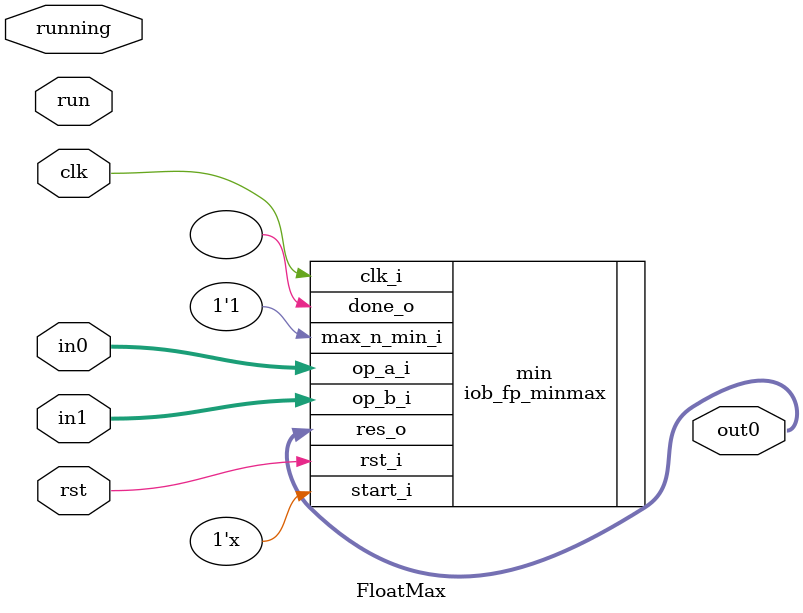
<source format=v>
`timescale 1ns / 1ps

module FloatMax #(
   parameter DATA_W = 32
) (
   //control
   input clk,
   input rst,

   input running,
   input run,

   //input / output data
   input [DATA_W-1:0] in0,
   input [DATA_W-1:0] in1,

   (* versat_latency = 1 *) output [DATA_W-1:0] out0
);

   iob_fp_minmax min (
      .start_i(1'bx),
      .done_o (),

      .op_a_i(in0),
      .op_b_i(in1),

      .res_o(out0),

      .max_n_min_i(1'b1),

      .clk_i(clk),
      .rst_i(rst)
   );

endmodule

</source>
